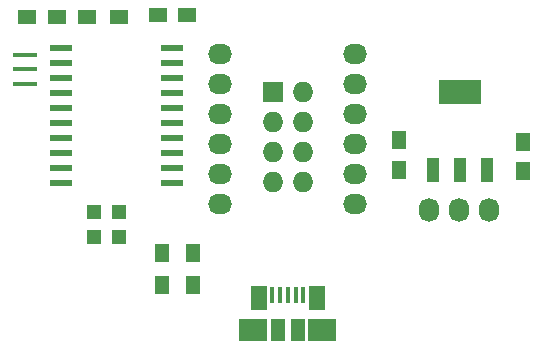
<source format=gts>
G04 #@! TF.FileFunction,Soldermask,Top*
%FSLAX46Y46*%
G04 Gerber Fmt 4.6, Leading zero omitted, Abs format (unit mm)*
G04 Created by KiCad (PCBNEW (2015-04-22 BZR 5620)-product) date 28/04/2015 22:04:39*
%MOMM*%
G01*
G04 APERTURE LIST*
%ADD10C,0.100000*%
%ADD11O,2.032000X1.727200*%
%ADD12R,1.250000X1.500000*%
%ADD13R,1.500000X1.250000*%
%ADD14R,1.198880X1.198880*%
%ADD15O,1.727200X2.032000*%
%ADD16R,1.500000X1.300000*%
%ADD17R,1.300000X1.500000*%
%ADD18R,3.657600X2.032000*%
%ADD19R,1.016000X2.032000*%
%ADD20R,1.950000X0.600000*%
%ADD21R,2.100000X0.400000*%
%ADD22R,1.727200X1.727200*%
%ADD23O,1.727200X1.727200*%
%ADD24R,1.175000X1.900000*%
%ADD25R,2.375000X1.900000*%
%ADD26R,1.475000X2.100000*%
%ADD27R,0.400000X1.380000*%
G04 APERTURE END LIST*
D10*
D11*
X202565000Y-103632000D03*
X202565000Y-106172000D03*
X202565000Y-108712000D03*
X202565000Y-111252000D03*
X202565000Y-113792000D03*
X202565000Y-116332000D03*
X213995000Y-103632000D03*
X213995000Y-106172000D03*
X213995000Y-108712000D03*
X213995000Y-111252000D03*
X213995000Y-113792000D03*
X213995000Y-116332000D03*
D12*
X228219000Y-113518000D03*
X228219000Y-111018000D03*
X217678000Y-110891000D03*
X217678000Y-113391000D03*
D13*
X186202000Y-100457000D03*
X188702000Y-100457000D03*
X199751000Y-100330000D03*
X197251000Y-100330000D03*
D14*
X191863980Y-119126000D03*
X193962020Y-119126000D03*
X191863980Y-116967000D03*
X193962020Y-116967000D03*
D15*
X225298000Y-116840000D03*
X222758000Y-116840000D03*
X220218000Y-116840000D03*
D16*
X191309000Y-100457000D03*
X194009000Y-100457000D03*
D17*
X197612000Y-120443000D03*
X197612000Y-123143000D03*
X200279000Y-120443000D03*
X200279000Y-123143000D03*
D18*
X222885000Y-106807000D03*
D19*
X222885000Y-113411000D03*
X225171000Y-113411000D03*
X220599000Y-113411000D03*
D20*
X198501000Y-103124000D03*
X198501000Y-104394000D03*
X198501000Y-105664000D03*
X198501000Y-106934000D03*
X198501000Y-108204000D03*
X198501000Y-109474000D03*
X198501000Y-110744000D03*
X198501000Y-112014000D03*
X198502000Y-113284000D03*
X198502000Y-114554000D03*
X189102000Y-114554000D03*
X189102000Y-113284000D03*
X189102000Y-112014000D03*
X189102000Y-110744000D03*
X189102000Y-109474000D03*
X189102000Y-108204000D03*
X189102000Y-106934000D03*
X189102000Y-105664000D03*
X189102000Y-104394000D03*
X189102000Y-103124000D03*
D21*
X186055000Y-106102000D03*
X186055000Y-104902000D03*
X186055000Y-103702000D03*
D22*
X207010000Y-106807000D03*
D23*
X209550000Y-106807000D03*
X207010000Y-109347000D03*
X209550000Y-109347000D03*
X207010000Y-111887000D03*
X209550000Y-111887000D03*
X207010000Y-114427000D03*
X209550000Y-114427000D03*
D24*
X207442500Y-127000000D03*
X209117500Y-127000000D03*
D25*
X211192500Y-127000000D03*
X205367500Y-127000000D03*
D26*
X205817500Y-124275000D03*
D27*
X206980000Y-123960000D03*
X207630000Y-123960000D03*
X208280000Y-123960000D03*
X208930000Y-123960000D03*
X209580000Y-123960000D03*
D26*
X210742500Y-124275000D03*
M02*

</source>
